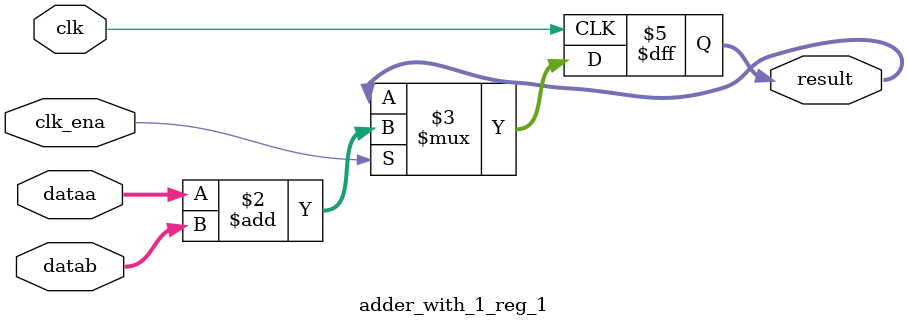
<source format=v>
module adder_with_1_reg_1 (
	clk,
	clk_ena,
	dataa,
	datab,
	result);
	input	  clk;
	input	  clk_ena;
	input	[17:0]  dataa;
	input	[17:0]  datab;
	output	[17:0]  result;
	reg     [17:0]  result;
	always @(posedge clk) begin
		if(clk_ena) begin
			result <= dataa + datab;
		end
	end
endmodule
</source>
